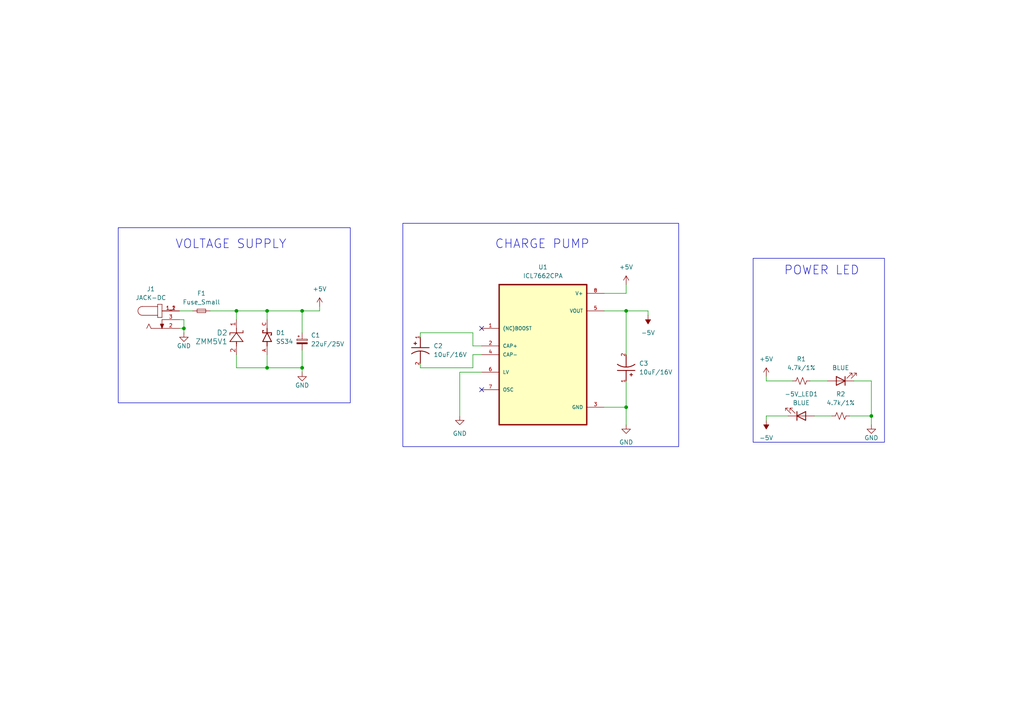
<source format=kicad_sch>
(kicad_sch (version 20230121) (generator eeschema)

  (uuid ae0dd520-4e14-4407-8303-a65d748874e4)

  (paper "A4")

  (lib_symbols
    (symbol "Device:C_Polarized_Small" (pin_numbers hide) (pin_names (offset 0.254) hide) (in_bom yes) (on_board yes)
      (property "Reference" "C" (at 0.254 1.778 0)
        (effects (font (size 1.27 1.27)) (justify left))
      )
      (property "Value" "C_Polarized_Small" (at 0.254 -2.032 0)
        (effects (font (size 1.27 1.27)) (justify left))
      )
      (property "Footprint" "" (at 0 0 0)
        (effects (font (size 1.27 1.27)) hide)
      )
      (property "Datasheet" "~" (at 0 0 0)
        (effects (font (size 1.27 1.27)) hide)
      )
      (property "ki_keywords" "cap capacitor" (at 0 0 0)
        (effects (font (size 1.27 1.27)) hide)
      )
      (property "ki_description" "Polarized capacitor, small symbol" (at 0 0 0)
        (effects (font (size 1.27 1.27)) hide)
      )
      (property "ki_fp_filters" "CP_*" (at 0 0 0)
        (effects (font (size 1.27 1.27)) hide)
      )
      (symbol "C_Polarized_Small_0_1"
        (rectangle (start -1.524 -0.3048) (end 1.524 -0.6858)
          (stroke (width 0) (type default))
          (fill (type outline))
        )
        (rectangle (start -1.524 0.6858) (end 1.524 0.3048)
          (stroke (width 0) (type default))
          (fill (type none))
        )
        (polyline
          (pts
            (xy -1.27 1.524)
            (xy -0.762 1.524)
          )
          (stroke (width 0) (type default))
          (fill (type none))
        )
        (polyline
          (pts
            (xy -1.016 1.27)
            (xy -1.016 1.778)
          )
          (stroke (width 0) (type default))
          (fill (type none))
        )
      )
      (symbol "C_Polarized_Small_1_1"
        (pin passive line (at 0 2.54 270) (length 1.8542)
          (name "~" (effects (font (size 1.27 1.27))))
          (number "1" (effects (font (size 1.27 1.27))))
        )
        (pin passive line (at 0 -2.54 90) (length 1.8542)
          (name "~" (effects (font (size 1.27 1.27))))
          (number "2" (effects (font (size 1.27 1.27))))
        )
      )
    )
    (symbol "Device:Fuse_Small" (pin_numbers hide) (pin_names (offset 0.254) hide) (in_bom yes) (on_board yes)
      (property "Reference" "F" (at 0 -1.524 0)
        (effects (font (size 1.27 1.27)))
      )
      (property "Value" "Fuse_Small" (at 0 1.524 0)
        (effects (font (size 1.27 1.27)))
      )
      (property "Footprint" "" (at 0 0 0)
        (effects (font (size 1.27 1.27)) hide)
      )
      (property "Datasheet" "~" (at 0 0 0)
        (effects (font (size 1.27 1.27)) hide)
      )
      (property "ki_keywords" "fuse" (at 0 0 0)
        (effects (font (size 1.27 1.27)) hide)
      )
      (property "ki_description" "Fuse, small symbol" (at 0 0 0)
        (effects (font (size 1.27 1.27)) hide)
      )
      (property "ki_fp_filters" "*Fuse*" (at 0 0 0)
        (effects (font (size 1.27 1.27)) hide)
      )
      (symbol "Fuse_Small_0_1"
        (rectangle (start -1.27 0.508) (end 1.27 -0.508)
          (stroke (width 0) (type default))
          (fill (type none))
        )
        (polyline
          (pts
            (xy -1.27 0)
            (xy 1.27 0)
          )
          (stroke (width 0) (type default))
          (fill (type none))
        )
      )
      (symbol "Fuse_Small_1_1"
        (pin passive line (at -2.54 0 0) (length 1.27)
          (name "~" (effects (font (size 1.27 1.27))))
          (number "1" (effects (font (size 1.27 1.27))))
        )
        (pin passive line (at 2.54 0 180) (length 1.27)
          (name "~" (effects (font (size 1.27 1.27))))
          (number "2" (effects (font (size 1.27 1.27))))
        )
      )
    )
    (symbol "Device:LED" (pin_numbers hide) (pin_names (offset 1.016) hide) (in_bom yes) (on_board yes)
      (property "Reference" "D" (at 0 2.54 0)
        (effects (font (size 1.27 1.27)))
      )
      (property "Value" "LED" (at 0 -2.54 0)
        (effects (font (size 1.27 1.27)))
      )
      (property "Footprint" "" (at 0 0 0)
        (effects (font (size 1.27 1.27)) hide)
      )
      (property "Datasheet" "~" (at 0 0 0)
        (effects (font (size 1.27 1.27)) hide)
      )
      (property "ki_keywords" "LED diode" (at 0 0 0)
        (effects (font (size 1.27 1.27)) hide)
      )
      (property "ki_description" "Light emitting diode" (at 0 0 0)
        (effects (font (size 1.27 1.27)) hide)
      )
      (property "ki_fp_filters" "LED* LED_SMD:* LED_THT:*" (at 0 0 0)
        (effects (font (size 1.27 1.27)) hide)
      )
      (symbol "LED_0_1"
        (polyline
          (pts
            (xy -1.27 -1.27)
            (xy -1.27 1.27)
          )
          (stroke (width 0.254) (type default))
          (fill (type none))
        )
        (polyline
          (pts
            (xy -1.27 0)
            (xy 1.27 0)
          )
          (stroke (width 0) (type default))
          (fill (type none))
        )
        (polyline
          (pts
            (xy 1.27 -1.27)
            (xy 1.27 1.27)
            (xy -1.27 0)
            (xy 1.27 -1.27)
          )
          (stroke (width 0.254) (type default))
          (fill (type none))
        )
        (polyline
          (pts
            (xy -3.048 -0.762)
            (xy -4.572 -2.286)
            (xy -3.81 -2.286)
            (xy -4.572 -2.286)
            (xy -4.572 -1.524)
          )
          (stroke (width 0) (type default))
          (fill (type none))
        )
        (polyline
          (pts
            (xy -1.778 -0.762)
            (xy -3.302 -2.286)
            (xy -2.54 -2.286)
            (xy -3.302 -2.286)
            (xy -3.302 -1.524)
          )
          (stroke (width 0) (type default))
          (fill (type none))
        )
      )
      (symbol "LED_1_1"
        (pin passive line (at -3.81 0 0) (length 2.54)
          (name "K" (effects (font (size 1.27 1.27))))
          (number "1" (effects (font (size 1.27 1.27))))
        )
        (pin passive line (at 3.81 0 180) (length 2.54)
          (name "A" (effects (font (size 1.27 1.27))))
          (number "2" (effects (font (size 1.27 1.27))))
        )
      )
    )
    (symbol "Device:R_Small_US" (pin_numbers hide) (pin_names (offset 0.254) hide) (in_bom yes) (on_board yes)
      (property "Reference" "R" (at 0.762 0.508 0)
        (effects (font (size 1.27 1.27)) (justify left))
      )
      (property "Value" "R_Small_US" (at 0.762 -1.016 0)
        (effects (font (size 1.27 1.27)) (justify left))
      )
      (property "Footprint" "" (at 0 0 0)
        (effects (font (size 1.27 1.27)) hide)
      )
      (property "Datasheet" "~" (at 0 0 0)
        (effects (font (size 1.27 1.27)) hide)
      )
      (property "ki_keywords" "r resistor" (at 0 0 0)
        (effects (font (size 1.27 1.27)) hide)
      )
      (property "ki_description" "Resistor, small US symbol" (at 0 0 0)
        (effects (font (size 1.27 1.27)) hide)
      )
      (property "ki_fp_filters" "R_*" (at 0 0 0)
        (effects (font (size 1.27 1.27)) hide)
      )
      (symbol "R_Small_US_1_1"
        (polyline
          (pts
            (xy 0 0)
            (xy 1.016 -0.381)
            (xy 0 -0.762)
            (xy -1.016 -1.143)
            (xy 0 -1.524)
          )
          (stroke (width 0) (type default))
          (fill (type none))
        )
        (polyline
          (pts
            (xy 0 1.524)
            (xy 1.016 1.143)
            (xy 0 0.762)
            (xy -1.016 0.381)
            (xy 0 0)
          )
          (stroke (width 0) (type default))
          (fill (type none))
        )
        (pin passive line (at 0 2.54 270) (length 1.016)
          (name "~" (effects (font (size 1.27 1.27))))
          (number "1" (effects (font (size 1.27 1.27))))
        )
        (pin passive line (at 0 -2.54 90) (length 1.016)
          (name "~" (effects (font (size 1.27 1.27))))
          (number "2" (effects (font (size 1.27 1.27))))
        )
      )
    )
    (symbol "ICL7662CPA:ICL7662CPA" (pin_names (offset 1.016)) (in_bom yes) (on_board yes)
      (property "Reference" "U" (at -12.7 21.32 0)
        (effects (font (size 1.27 1.27)) (justify left bottom))
      )
      (property "Value" "ICL7662CPA" (at -12.7 -24.32 0)
        (effects (font (size 1.27 1.27)) (justify left bottom))
      )
      (property "Footprint" "ICL7662CPA:DIP794W47P254L991H457Q8" (at 0 0 0)
        (effects (font (size 1.27 1.27)) (justify bottom) hide)
      )
      (property "Datasheet" "" (at 0 0 0)
        (effects (font (size 1.27 1.27)) hide)
      )
      (property "MF" "Rochester Electronics, LLC" (at 0 0 0)
        (effects (font (size 1.27 1.27)) (justify bottom) hide)
      )
      (property "Description" "\nICL7662 CMOS VOLTAGE CONVERTER\n" (at 0 0 0)
        (effects (font (size 1.27 1.27)) (justify bottom) hide)
      )
      (property "Package" "None" (at 0 0 0)
        (effects (font (size 1.27 1.27)) (justify bottom) hide)
      )
      (property "Price" "None" (at 0 0 0)
        (effects (font (size 1.27 1.27)) (justify bottom) hide)
      )
      (property "SnapEDA_Link" "https://www.snapeda.com/parts/ICL7662CPA/Rochester+Electronics/view-part/?ref=snap" (at 0 0 0)
        (effects (font (size 1.27 1.27)) (justify bottom) hide)
      )
      (property "MP" "ICL7662CPA" (at 0 0 0)
        (effects (font (size 1.27 1.27)) (justify bottom) hide)
      )
      (property "Availability" "Not in stock" (at 0 0 0)
        (effects (font (size 1.27 1.27)) (justify bottom) hide)
      )
      (property "Check_prices" "https://www.snapeda.com/parts/ICL7662CPA/Rochester+Electronics/view-part/?ref=eda" (at 0 0 0)
        (effects (font (size 1.27 1.27)) (justify bottom) hide)
      )
      (symbol "ICL7662CPA_0_0"
        (rectangle (start -12.7 -20.32) (end 12.7 20.32)
          (stroke (width 0.41) (type default))
          (fill (type background))
        )
        (pin bidirectional line (at -17.78 7.62 0) (length 5.08)
          (name "(NC)BOOST" (effects (font (size 1.016 1.016))))
          (number "1" (effects (font (size 1.016 1.016))))
        )
        (pin bidirectional line (at -17.78 2.54 0) (length 5.08)
          (name "CAP+" (effects (font (size 1.016 1.016))))
          (number "2" (effects (font (size 1.016 1.016))))
        )
        (pin power_in line (at 17.78 -15.24 180) (length 5.08)
          (name "GND" (effects (font (size 1.016 1.016))))
          (number "3" (effects (font (size 1.016 1.016))))
        )
        (pin bidirectional line (at -17.78 0 0) (length 5.08)
          (name "CAP-" (effects (font (size 1.016 1.016))))
          (number "4" (effects (font (size 1.016 1.016))))
        )
        (pin output line (at 17.78 12.7 180) (length 5.08)
          (name "VOUT" (effects (font (size 1.016 1.016))))
          (number "5" (effects (font (size 1.016 1.016))))
        )
        (pin bidirectional line (at -17.78 -5.08 0) (length 5.08)
          (name "LV" (effects (font (size 1.016 1.016))))
          (number "6" (effects (font (size 1.016 1.016))))
        )
        (pin bidirectional line (at -17.78 -10.16 0) (length 5.08)
          (name "OSC" (effects (font (size 1.016 1.016))))
          (number "7" (effects (font (size 1.016 1.016))))
        )
        (pin power_in line (at 17.78 17.78 180) (length 5.08)
          (name "V+" (effects (font (size 1.016 1.016))))
          (number "8" (effects (font (size 1.016 1.016))))
        )
      )
    )
    (symbol "PRT-12748:Jack_DC_5" (pin_names (offset 1.016)) (in_bom yes) (on_board yes)
      (property "Reference" "J" (at -7.6246 5.0831 0)
        (effects (font (size 1.27 1.27)) (justify left bottom))
      )
      (property "Value" "JACK-DC" (at -7.632 -5.088 0)
        (effects (font (size 1.27 1.27)) (justify left bottom))
      )
      (property "Footprint" "PRT-12748:SPARKFUN_PRT-12748" (at 0 0 0)
        (effects (font (size 1.27 1.27)) (justify bottom) hide)
      )
      (property "Datasheet" "" (at 0 0 0)
        (effects (font (size 1.27 1.27)) hide)
      )
      (property "Description" "Jack DC 5mm" (at 0 0 0)
        (effects (font (size 1.27 1.27)) (justify bottom) hide)
      )
      (property "URL" "https://www.thegioiic.com/dc050-dau-noi-nguon-dc-cai-5521-dan-smd-kim-2-1mm" (at 0 0 0)
        (effects (font (size 1.27 1.27)) hide)
      )
      (symbol "Jack_DC_5_0_0"
        (arc (start -5.715 3.81) (mid -6.9795 2.54) (end -5.715 1.27)
          (stroke (width 0.1524) (type default))
          (fill (type none))
        )
        (polyline
          (pts
            (xy -5.715 3.81)
            (xy -1.27 3.81)
          )
          (stroke (width 0.1524) (type default))
          (fill (type none))
        )
        (polyline
          (pts
            (xy -3.81 -1.27)
            (xy -4.445 -2.54)
          )
          (stroke (width 0.1524) (type default))
          (fill (type none))
        )
        (polyline
          (pts
            (xy -3.175 -2.54)
            (xy -3.81 -1.27)
          )
          (stroke (width 0.1524) (type default))
          (fill (type none))
        )
        (polyline
          (pts
            (xy -1.27 0.635)
            (xy 0 0.635)
          )
          (stroke (width 0.1524) (type default))
          (fill (type none))
        )
        (polyline
          (pts
            (xy -1.27 1.27)
            (xy -5.715 1.27)
          )
          (stroke (width 0.1524) (type default))
          (fill (type none))
        )
        (polyline
          (pts
            (xy -1.27 1.27)
            (xy -1.27 0.635)
          )
          (stroke (width 0.1524) (type default))
          (fill (type none))
        )
        (polyline
          (pts
            (xy -1.27 3.81)
            (xy -1.27 1.27)
          )
          (stroke (width 0.1524) (type default))
          (fill (type none))
        )
        (polyline
          (pts
            (xy -1.27 4.445)
            (xy -1.27 3.81)
          )
          (stroke (width 0.1524) (type default))
          (fill (type none))
        )
        (polyline
          (pts
            (xy 0 -2.54)
            (xy -3.175 -2.54)
          )
          (stroke (width 0.1524) (type default))
          (fill (type none))
        )
        (polyline
          (pts
            (xy 0 0)
            (xy 0 -2.54)
          )
          (stroke (width 0.1524) (type default))
          (fill (type none))
        )
        (polyline
          (pts
            (xy 0 0.635)
            (xy 0 4.445)
          )
          (stroke (width 0.1524) (type default))
          (fill (type none))
        )
        (polyline
          (pts
            (xy 0 4.445)
            (xy -1.27 4.445)
          )
          (stroke (width 0.1524) (type default))
          (fill (type none))
        )
        (polyline
          (pts
            (xy 0 -2.54)
            (xy -0.508 -1.27)
            (xy 0.508 -1.27)
            (xy 0 -2.54)
          )
          (stroke (width 0.1524) (type default))
          (fill (type outline))
        )
        (pin passive line (at 5.08 2.54 180) (length 5.08)
          (name "~" (effects (font (size 1.016 1.016))))
          (number "1_1" (effects (font (size 1.016 1.016))))
        )
        (pin passive line (at 5.08 2.54 180) (length 5.08)
          (name "~" (effects (font (size 1.016 1.016))))
          (number "1_2" (effects (font (size 1.016 1.016))))
        )
        (pin passive line (at 5.08 -2.54 180) (length 5.08)
          (name "~" (effects (font (size 1.016 1.016))))
          (number "2" (effects (font (size 1.016 1.016))))
        )
        (pin passive line (at 5.08 0 180) (length 5.08)
          (name "~" (effects (font (size 1.016 1.016))))
          (number "3" (effects (font (size 1.016 1.016))))
        )
      )
    )
    (symbol "SS34:SS34" (pin_names (offset 1.016)) (in_bom yes) (on_board yes)
      (property "Reference" "D" (at -5.08 2.54 0)
        (effects (font (size 1.27 1.27)) (justify left bottom))
      )
      (property "Value" "SS34" (at -5.08 -3.81 0)
        (effects (font (size 1.27 1.27)) (justify left bottom))
      )
      (property "Footprint" "" (at 0 0 0)
        (effects (font (size 1.27 1.27)) (justify bottom) hide)
      )
      (property "Datasheet" "" (at 0 0 0)
        (effects (font (size 1.27 1.27)) hide)
      )
      (property "PARTREV" "" (at 0 0 0)
        (effects (font (size 1.27 1.27)) (justify bottom) hide)
      )
      (property "STANDARD" "" (at 0 0 0)
        (effects (font (size 1.27 1.27)) (justify bottom) hide)
      )
      (property "SNAPEDA_PACKAGE_ID" "" (at 0 0 0)
        (effects (font (size 1.27 1.27)) (justify bottom) hide)
      )
      (property "MAXIMUM_PACKAGE_HEIGHT" "" (at 0 0 0)
        (effects (font (size 1.27 1.27)) (justify bottom) hide)
      )
      (property "MANUFACTURER" "" (at 0 0 0)
        (effects (font (size 1.27 1.27)) (justify bottom) hide)
      )
      (symbol "SS34_0_0"
        (polyline
          (pts
            (xy -2.54 0)
            (xy -1.27 0)
          )
          (stroke (width 0.254) (type default))
          (fill (type none))
        )
        (polyline
          (pts
            (xy -1.27 -1.27)
            (xy 1.27 0)
          )
          (stroke (width 0.254) (type default))
          (fill (type none))
        )
        (polyline
          (pts
            (xy -1.27 0)
            (xy -1.27 -1.27)
          )
          (stroke (width 0.254) (type default))
          (fill (type none))
        )
        (polyline
          (pts
            (xy -1.27 1.27)
            (xy -1.27 0)
          )
          (stroke (width 0.254) (type default))
          (fill (type none))
        )
        (polyline
          (pts
            (xy 0.635 -1.016)
            (xy 0.635 -1.27)
          )
          (stroke (width 0.254) (type default))
          (fill (type none))
        )
        (polyline
          (pts
            (xy 1.27 -1.27)
            (xy 0.635 -1.27)
          )
          (stroke (width 0.254) (type default))
          (fill (type none))
        )
        (polyline
          (pts
            (xy 1.27 0)
            (xy -1.27 1.27)
          )
          (stroke (width 0.254) (type default))
          (fill (type none))
        )
        (polyline
          (pts
            (xy 1.27 0)
            (xy 1.27 -1.27)
          )
          (stroke (width 0.254) (type default))
          (fill (type none))
        )
        (polyline
          (pts
            (xy 1.27 1.27)
            (xy 1.27 0)
          )
          (stroke (width 0.254) (type default))
          (fill (type none))
        )
        (polyline
          (pts
            (xy 1.905 1.27)
            (xy 1.27 1.27)
          )
          (stroke (width 0.254) (type default))
          (fill (type none))
        )
        (polyline
          (pts
            (xy 1.905 1.27)
            (xy 1.905 1.016)
          )
          (stroke (width 0.254) (type default))
          (fill (type none))
        )
        (polyline
          (pts
            (xy 2.54 0)
            (xy 1.27 0)
          )
          (stroke (width 0.254) (type default))
          (fill (type none))
        )
        (pin passive line (at -5.08 0 0) (length 2.54)
          (name "~" (effects (font (size 1.016 1.016))))
          (number "A" (effects (font (size 1.016 1.016))))
        )
        (pin passive line (at 5.08 0 180) (length 2.54)
          (name "~" (effects (font (size 1.016 1.016))))
          (number "C" (effects (font (size 1.016 1.016))))
        )
      )
    )
    (symbol "TAJA106K016RNJ:TAJA106K016RNJ" (pin_names (offset 1.016)) (in_bom yes) (on_board yes)
      (property "Reference" "C" (at -5.08 3.81 0)
        (effects (font (size 1.27 1.27)) (justify left bottom))
      )
      (property "Value" "10uF/10%/16V/1206" (at -5.08 -5.08 0)
        (effects (font (size 1.27 1.27)) (justify left bottom))
      )
      (property "Footprint" "TAJA106K016RNJ:CAPMP3216X180N" (at 0 -7.62 0)
        (effects (font (size 1.27 1.27)) (justify bottom) hide)
      )
      (property "Datasheet" "" (at 0 0 0)
        (effects (font (size 1.27 1.27)) hide)
      )
      (property "Description" "TAJA106K016RNJ" (at -1.27 -7.62 0)
        (effects (font (size 1.27 1.27)) (justify bottom) hide)
      )
      (property "URL" "https://www.thegioiic.com/tu-tantalum-10uf-16v-1206-taja106k016rnj" (at 0 -6.35 0)
        (effects (font (size 1.27 1.27)) hide)
      )
      (symbol "TAJA106K016RNJ_0_0"
        (rectangle (start -3.713 -1.532) (end -2.824 -1.405)
          (stroke (width 0.1) (type default))
          (fill (type outline))
        )
        (rectangle (start -3.332 -1.913) (end -3.205 -1.024)
          (stroke (width 0.1) (type default))
          (fill (type outline))
        )
        (arc (start -0.254 2.54) (mid -1.0549 0) (end -0.254 -2.54)
          (stroke (width 0.254) (type default))
          (fill (type none))
        )
        (polyline
          (pts
            (xy -5.08 0)
            (xy -2.032 0)
          )
          (stroke (width 0.254) (type default))
          (fill (type none))
        )
        (polyline
          (pts
            (xy -2.032 2.54)
            (xy -2.032 -2.54)
          )
          (stroke (width 0.254) (type default))
          (fill (type none))
        )
        (polyline
          (pts
            (xy -1.016 0)
            (xy 2.54 0)
          )
          (stroke (width 0.254) (type default))
          (fill (type none))
        )
        (pin passive line (at -5.08 0 0) (length 0)
          (name "~" (effects (font (size 1.016 1.016))))
          (number "1" (effects (font (size 1.016 1.016))))
        )
        (pin passive line (at 2.54 0 180) (length 0)
          (name "~" (effects (font (size 1.016 1.016))))
          (number "2" (effects (font (size 1.016 1.016))))
        )
      )
    )
    (symbol "ZMM3V9_3V3:ZMM3V9" (pin_names (offset 0.254)) (in_bom yes) (on_board yes)
      (property "Reference" "D" (at 5.08 4.445 0)
        (effects (font (size 1.524 1.524)))
      )
      (property "Value" "ZMM3VX" (at 5.08 -3.81 0)
        (effects (font (size 1.524 1.524)))
      )
      (property "Footprint" "ZMM3V9_3V3:ZDO_ZMM_3p5x1p45_STM" (at 1.27 -7.62 0)
        (effects (font (size 1.27 1.27) italic) hide)
      )
      (property "Datasheet" "" (at 0 0 0)
        (effects (font (size 1.27 1.27) italic) hide)
      )
      (property "URL" "" (at 0 0 0)
        (effects (font (size 1.27 1.27)) hide)
      )
      (property "ki_keywords" "ZMM3V9" (at 0 0 0)
        (effects (font (size 1.27 1.27)) hide)
      )
      (property "ki_fp_filters" "ZDO_ZMM_3p5x1p45_STM ZDO_ZMM_3p5x1p45_STM-M ZDO_ZMM_3p5x1p45_STM-L" (at 0 0 0)
        (effects (font (size 1.27 1.27)) hide)
      )
      (symbol "ZMM3V9_0_1"
        (polyline
          (pts
            (xy 2.54 0)
            (xy 3.4798 0)
          )
          (stroke (width 0.2032) (type default))
          (fill (type none))
        )
        (polyline
          (pts
            (xy 3.175 0)
            (xy 3.81 0)
          )
          (stroke (width 0.2032) (type default))
          (fill (type none))
        )
        (polyline
          (pts
            (xy 3.81 -1.905)
            (xy 6.35 0)
          )
          (stroke (width 0.2032) (type default))
          (fill (type none))
        )
        (polyline
          (pts
            (xy 3.81 1.905)
            (xy 3.81 -1.905)
          )
          (stroke (width 0.2032) (type default))
          (fill (type none))
        )
        (polyline
          (pts
            (xy 6.35 -1.905)
            (xy 5.715 -1.905)
          )
          (stroke (width 0.2032) (type default))
          (fill (type none))
        )
        (polyline
          (pts
            (xy 6.35 -1.905)
            (xy 6.35 1.905)
          )
          (stroke (width 0.2032) (type default))
          (fill (type none))
        )
        (polyline
          (pts
            (xy 6.35 0)
            (xy 3.81 1.905)
          )
          (stroke (width 0.2032) (type default))
          (fill (type none))
        )
        (polyline
          (pts
            (xy 6.35 0)
            (xy 7.62 0)
          )
          (stroke (width 0.2032) (type default))
          (fill (type none))
        )
        (polyline
          (pts
            (xy 6.35 1.905)
            (xy 6.985 1.905)
          )
          (stroke (width 0.2032) (type default))
          (fill (type none))
        )
        (pin unspecified line (at 10.16 0 180) (length 2.54)
          (name "" (effects (font (size 1.27 1.27))))
          (number "1" (effects (font (size 1.27 1.27))))
        )
        (pin unspecified line (at 0 0 0) (length 2.54)
          (name "" (effects (font (size 1.27 1.27))))
          (number "2" (effects (font (size 1.27 1.27))))
        )
      )
    )
    (symbol "power:+5V" (power) (pin_names (offset 0)) (in_bom yes) (on_board yes)
      (property "Reference" "#PWR" (at 0 -3.81 0)
        (effects (font (size 1.27 1.27)) hide)
      )
      (property "Value" "+5V" (at 0 3.556 0)
        (effects (font (size 1.27 1.27)))
      )
      (property "Footprint" "" (at 0 0 0)
        (effects (font (size 1.27 1.27)) hide)
      )
      (property "Datasheet" "" (at 0 0 0)
        (effects (font (size 1.27 1.27)) hide)
      )
      (property "ki_keywords" "global power" (at 0 0 0)
        (effects (font (size 1.27 1.27)) hide)
      )
      (property "ki_description" "Power symbol creates a global label with name \"+5V\"" (at 0 0 0)
        (effects (font (size 1.27 1.27)) hide)
      )
      (symbol "+5V_0_1"
        (polyline
          (pts
            (xy -0.762 1.27)
            (xy 0 2.54)
          )
          (stroke (width 0) (type default))
          (fill (type none))
        )
        (polyline
          (pts
            (xy 0 0)
            (xy 0 2.54)
          )
          (stroke (width 0) (type default))
          (fill (type none))
        )
        (polyline
          (pts
            (xy 0 2.54)
            (xy 0.762 1.27)
          )
          (stroke (width 0) (type default))
          (fill (type none))
        )
      )
      (symbol "+5V_1_1"
        (pin power_in line (at 0 0 90) (length 0) hide
          (name "+5V" (effects (font (size 1.27 1.27))))
          (number "1" (effects (font (size 1.27 1.27))))
        )
      )
    )
    (symbol "power:-5V" (power) (pin_names (offset 0)) (in_bom yes) (on_board yes)
      (property "Reference" "#PWR" (at 0 2.54 0)
        (effects (font (size 1.27 1.27)) hide)
      )
      (property "Value" "-5V" (at 0 3.81 0)
        (effects (font (size 1.27 1.27)))
      )
      (property "Footprint" "" (at 0 0 0)
        (effects (font (size 1.27 1.27)) hide)
      )
      (property "Datasheet" "" (at 0 0 0)
        (effects (font (size 1.27 1.27)) hide)
      )
      (property "ki_keywords" "global power" (at 0 0 0)
        (effects (font (size 1.27 1.27)) hide)
      )
      (property "ki_description" "Power symbol creates a global label with name \"-5V\"" (at 0 0 0)
        (effects (font (size 1.27 1.27)) hide)
      )
      (symbol "-5V_0_0"
        (pin power_in line (at 0 0 90) (length 0) hide
          (name "-5V" (effects (font (size 1.27 1.27))))
          (number "1" (effects (font (size 1.27 1.27))))
        )
      )
      (symbol "-5V_0_1"
        (polyline
          (pts
            (xy 0 0)
            (xy 0 1.27)
            (xy 0.762 1.27)
            (xy 0 2.54)
            (xy -0.762 1.27)
            (xy 0 1.27)
          )
          (stroke (width 0) (type default))
          (fill (type outline))
        )
      )
    )
    (symbol "power:GND" (power) (pin_names (offset 0)) (in_bom yes) (on_board yes)
      (property "Reference" "#PWR" (at 0 -6.35 0)
        (effects (font (size 1.27 1.27)) hide)
      )
      (property "Value" "GND" (at 0 -3.81 0)
        (effects (font (size 1.27 1.27)))
      )
      (property "Footprint" "" (at 0 0 0)
        (effects (font (size 1.27 1.27)) hide)
      )
      (property "Datasheet" "" (at 0 0 0)
        (effects (font (size 1.27 1.27)) hide)
      )
      (property "ki_keywords" "global power" (at 0 0 0)
        (effects (font (size 1.27 1.27)) hide)
      )
      (property "ki_description" "Power symbol creates a global label with name \"GND\" , ground" (at 0 0 0)
        (effects (font (size 1.27 1.27)) hide)
      )
      (symbol "GND_0_1"
        (polyline
          (pts
            (xy 0 0)
            (xy 0 -1.27)
            (xy 1.27 -1.27)
            (xy 0 -2.54)
            (xy -1.27 -1.27)
            (xy 0 -1.27)
          )
          (stroke (width 0) (type default))
          (fill (type none))
        )
      )
      (symbol "GND_1_1"
        (pin power_in line (at 0 0 270) (length 0) hide
          (name "GND" (effects (font (size 1.27 1.27))))
          (number "1" (effects (font (size 1.27 1.27))))
        )
      )
    )
  )

  (junction (at 77.47 106.68) (diameter 0) (color 0 0 0 0)
    (uuid 2cf25ac5-e590-4d97-a669-48d69d3c7aa2)
  )
  (junction (at 252.73 120.65) (diameter 0) (color 0 0 0 0)
    (uuid 50f89046-1205-40eb-a40f-d1a03492e007)
  )
  (junction (at 77.47 90.17) (diameter 0) (color 0 0 0 0)
    (uuid 9408bd90-4446-40f8-8180-1ca316272ffe)
  )
  (junction (at 53.34 95.25) (diameter 0) (color 0 0 0 0)
    (uuid 9d51119c-9b72-4a42-8862-4934ad3c7960)
  )
  (junction (at 68.58 90.17) (diameter 0) (color 0 0 0 0)
    (uuid d32dccdf-8351-4d34-bcb6-038fda70f492)
  )
  (junction (at 181.61 118.11) (diameter 0) (color 0 0 0 0)
    (uuid dc2d456f-35f7-48b1-a6cc-dc83eb8e6653)
  )
  (junction (at 87.63 106.68) (diameter 0) (color 0 0 0 0)
    (uuid de0d317a-0ee1-48fa-a6ae-3b63d8887547)
  )
  (junction (at 87.63 90.17) (diameter 0) (color 0 0 0 0)
    (uuid e080ce51-ce3f-4b39-bfbc-3aaacb523bf1)
  )
  (junction (at 181.61 90.17) (diameter 0) (color 0 0 0 0)
    (uuid fae0f249-7696-407d-aebd-1ee38527072f)
  )

  (no_connect (at 139.7 113.03) (uuid 9817c20c-0166-4f46-bc94-08ff14bb93e0))
  (no_connect (at 139.7 95.25) (uuid e300c9e8-d5a2-4490-8d16-8490c0501550))

  (wire (pts (xy 137.16 96.52) (xy 121.92 96.52))
    (stroke (width 0) (type default))
    (uuid 040c26e9-69d2-4da3-8ebb-83d3f046e1e1)
  )
  (wire (pts (xy 133.35 107.95) (xy 139.7 107.95))
    (stroke (width 0) (type default))
    (uuid 0f7cda6d-7248-4cc1-8b7d-568c801d9fdd)
  )
  (wire (pts (xy 181.61 110.49) (xy 181.61 118.11))
    (stroke (width 0) (type default))
    (uuid 13c896e0-3993-4124-905c-2348ebea5223)
  )
  (wire (pts (xy 175.26 85.09) (xy 181.61 85.09))
    (stroke (width 0) (type default))
    (uuid 18d29e89-2fae-4a6f-a4af-d880164b2027)
  )
  (wire (pts (xy 77.47 90.17) (xy 87.63 90.17))
    (stroke (width 0) (type default))
    (uuid 1987ef2b-52b1-4ed9-9108-fa9b294c9a44)
  )
  (wire (pts (xy 181.61 118.11) (xy 175.26 118.11))
    (stroke (width 0) (type default))
    (uuid 1c3b95f8-5f76-4783-ae83-9833927cce17)
  )
  (wire (pts (xy 52.07 90.17) (xy 55.88 90.17))
    (stroke (width 0) (type default))
    (uuid 20f79966-8d29-4242-80da-5f6504f0bba1)
  )
  (wire (pts (xy 187.96 90.17) (xy 187.96 91.44))
    (stroke (width 0) (type default))
    (uuid 22daf305-6dee-4d21-8f5b-d575544c3ab6)
  )
  (wire (pts (xy 252.73 110.49) (xy 252.73 120.65))
    (stroke (width 0) (type default))
    (uuid 2dcb823c-eebc-4535-9028-dff5ff42f7d4)
  )
  (wire (pts (xy 68.58 90.17) (xy 68.58 92.71))
    (stroke (width 0) (type default))
    (uuid 31300bf7-464a-4440-a903-fbd397d8bd65)
  )
  (wire (pts (xy 228.6 120.65) (xy 222.25 120.65))
    (stroke (width 0) (type default))
    (uuid 35516c3e-3465-4c08-8144-f682bad1fb40)
  )
  (wire (pts (xy 222.25 120.65) (xy 222.25 121.92))
    (stroke (width 0) (type default))
    (uuid 3c28b8ec-ed0c-42b0-839a-097a24fa81c9)
  )
  (wire (pts (xy 121.92 96.52) (xy 121.92 97.79))
    (stroke (width 0) (type default))
    (uuid 3e0c45ff-6721-4832-8e93-752f16393d14)
  )
  (wire (pts (xy 52.07 92.71) (xy 53.34 92.71))
    (stroke (width 0) (type default))
    (uuid 4224cb87-a3fc-4369-a02a-0c8f2d8db785)
  )
  (wire (pts (xy 222.25 109.22) (xy 222.25 110.49))
    (stroke (width 0) (type default))
    (uuid 568b5519-6c9f-40a8-8cce-d406d03949b5)
  )
  (wire (pts (xy 137.16 106.68) (xy 137.16 102.87))
    (stroke (width 0) (type default))
    (uuid 5901ae87-abf3-48f3-a846-7d99f728fe38)
  )
  (wire (pts (xy 60.96 90.17) (xy 68.58 90.17))
    (stroke (width 0) (type default))
    (uuid 5b2b9ff7-8bdb-412e-a415-ef4387921a48)
  )
  (wire (pts (xy 92.71 88.9) (xy 92.71 90.17))
    (stroke (width 0) (type default))
    (uuid 5e46f286-b2b1-4018-913a-508a94386a5e)
  )
  (wire (pts (xy 236.22 120.65) (xy 241.3 120.65))
    (stroke (width 0) (type default))
    (uuid 6b1691ba-82d2-4342-8598-6edf42287775)
  )
  (wire (pts (xy 68.58 102.87) (xy 68.58 106.68))
    (stroke (width 0) (type default))
    (uuid 6c8f7aae-628b-4141-9a8a-75dc880f5b52)
  )
  (wire (pts (xy 121.92 106.68) (xy 137.16 106.68))
    (stroke (width 0) (type default))
    (uuid 7155c015-3a73-47d7-91e8-3f43752080b2)
  )
  (wire (pts (xy 246.38 120.65) (xy 252.73 120.65))
    (stroke (width 0) (type default))
    (uuid 7d9d44ca-5d8c-4c36-afcc-e8a593117a35)
  )
  (wire (pts (xy 68.58 106.68) (xy 77.47 106.68))
    (stroke (width 0) (type default))
    (uuid 7edcf74f-a75a-4458-a511-00326b862e92)
  )
  (wire (pts (xy 234.95 110.49) (xy 240.03 110.49))
    (stroke (width 0) (type default))
    (uuid 83e683e1-c030-4ee6-8a30-ca9efb2e243c)
  )
  (wire (pts (xy 87.63 90.17) (xy 87.63 96.52))
    (stroke (width 0) (type default))
    (uuid 86b560c8-1e4c-40a9-84a5-bc4eb2b5ca49)
  )
  (wire (pts (xy 181.61 82.55) (xy 181.61 85.09))
    (stroke (width 0) (type default))
    (uuid 8afd28b5-a6f4-40fd-b2be-d15474da0a1d)
  )
  (wire (pts (xy 222.25 110.49) (xy 229.87 110.49))
    (stroke (width 0) (type default))
    (uuid 8b38117d-a8dd-42bc-848d-62b0983f0d28)
  )
  (wire (pts (xy 252.73 120.65) (xy 252.73 123.19))
    (stroke (width 0) (type default))
    (uuid 969aabec-a0da-4657-b342-974b5dbe4b33)
  )
  (wire (pts (xy 77.47 102.87) (xy 77.47 106.68))
    (stroke (width 0) (type default))
    (uuid a10487ac-ce79-4d25-8e3c-ade8df9ae91b)
  )
  (wire (pts (xy 53.34 95.25) (xy 53.34 96.52))
    (stroke (width 0) (type default))
    (uuid a1b4ff1a-0871-41f6-a16d-db67c4002c4a)
  )
  (wire (pts (xy 77.47 90.17) (xy 77.47 92.71))
    (stroke (width 0) (type default))
    (uuid a422d531-7d66-42ee-8bd1-175829708369)
  )
  (wire (pts (xy 137.16 100.33) (xy 137.16 96.52))
    (stroke (width 0) (type default))
    (uuid a87d1e4d-d538-40d2-8748-ce29c554cde7)
  )
  (wire (pts (xy 247.65 110.49) (xy 252.73 110.49))
    (stroke (width 0) (type default))
    (uuid a88a5c5b-3de3-4aa0-b4d6-9f9bacc4f8e4)
  )
  (wire (pts (xy 133.35 120.65) (xy 133.35 107.95))
    (stroke (width 0) (type default))
    (uuid ac73544a-e7f9-40f3-bd47-3235e572b9f1)
  )
  (wire (pts (xy 87.63 107.95) (xy 87.63 106.68))
    (stroke (width 0) (type default))
    (uuid b6c856f9-8502-4333-bc57-0a6261d1e2a5)
  )
  (wire (pts (xy 68.58 90.17) (xy 77.47 90.17))
    (stroke (width 0) (type default))
    (uuid b7d07d5a-42fa-4d9a-8bc3-84e652e471a4)
  )
  (wire (pts (xy 175.26 90.17) (xy 181.61 90.17))
    (stroke (width 0) (type default))
    (uuid b80f5646-75d5-4069-bdd8-f55dec4290d2)
  )
  (wire (pts (xy 53.34 92.71) (xy 53.34 95.25))
    (stroke (width 0) (type default))
    (uuid bf45a275-5019-4988-9e18-e6cc63233bd9)
  )
  (wire (pts (xy 87.63 101.6) (xy 87.63 106.68))
    (stroke (width 0) (type default))
    (uuid c5e4e998-a1db-432a-b24f-0bd1fb0e8bd8)
  )
  (wire (pts (xy 139.7 100.33) (xy 137.16 100.33))
    (stroke (width 0) (type default))
    (uuid ca71bbd7-1c3e-4b9e-a7ee-ed97190de500)
  )
  (wire (pts (xy 181.61 118.11) (xy 181.61 123.19))
    (stroke (width 0) (type default))
    (uuid d3503117-c43f-4ec7-94d3-a17bab85f2c9)
  )
  (wire (pts (xy 121.92 106.68) (xy 121.92 105.41))
    (stroke (width 0) (type default))
    (uuid d897e84a-e017-417b-acc6-82c27021c244)
  )
  (wire (pts (xy 181.61 90.17) (xy 187.96 90.17))
    (stroke (width 0) (type default))
    (uuid dc84e460-001b-490d-84ef-5ce421b44eac)
  )
  (wire (pts (xy 77.47 106.68) (xy 87.63 106.68))
    (stroke (width 0) (type default))
    (uuid de64a6af-5c4e-40a4-9d29-c983915fcdfb)
  )
  (wire (pts (xy 137.16 102.87) (xy 139.7 102.87))
    (stroke (width 0) (type default))
    (uuid dfc684e2-8148-4354-a658-20f5fb944d20)
  )
  (wire (pts (xy 181.61 90.17) (xy 181.61 102.87))
    (stroke (width 0) (type default))
    (uuid e403da25-22eb-4bdb-abcc-f994dc1de927)
  )
  (wire (pts (xy 52.07 95.25) (xy 53.34 95.25))
    (stroke (width 0) (type default))
    (uuid eb3e2585-4ef5-41ff-8314-e1dbad05ee61)
  )
  (wire (pts (xy 92.71 90.17) (xy 87.63 90.17))
    (stroke (width 0) (type default))
    (uuid fce64bc3-4d20-4ff6-bf0f-3650e2750516)
  )

  (rectangle (start 116.84 64.77) (end 196.85 129.54)
    (stroke (width 0) (type default))
    (fill (type none))
    (uuid 3ff436a7-1033-4107-bdbd-ee5fbfa703f6)
  )
  (rectangle (start 34.29 66.04) (end 101.6 116.84)
    (stroke (width 0) (type default))
    (fill (type none))
    (uuid adefdc37-d7d6-46a2-832f-fe88f4ba66fa)
  )
  (rectangle (start 218.44 74.93) (end 256.54 128.27)
    (stroke (width 0) (type default))
    (fill (type none))
    (uuid dd49d13c-db41-4f43-b33a-5942fc0981d3)
  )

  (text "CHARGE PUMP" (at 143.51 72.39 0)
    (effects (font (size 2.54 2.54)) (justify left bottom))
    (uuid 062d10cc-baa3-4be4-896d-34986980aa33)
  )
  (text "VOLTAGE SUPPLY" (at 50.8 72.39 0)
    (effects (font (size 2.54 2.54)) (justify left bottom))
    (uuid 73105f99-9d9a-4baf-8a9e-f8de32246b2f)
  )
  (text "POWER LED\n" (at 227.33 80.01 0)
    (effects (font (size 2.54 2.54)) (justify left bottom))
    (uuid c780a057-c361-488b-b6a3-f328efd150de)
  )

  (symbol (lib_id "power:+5V") (at 92.71 88.9 0) (unit 1)
    (in_bom yes) (on_board yes) (dnp no) (fields_autoplaced)
    (uuid 0289f319-c5bc-4e3d-a7f8-9b5f87bd9ce6)
    (property "Reference" "#PWR041" (at 92.71 92.71 0)
      (effects (font (size 1.27 1.27)) hide)
    )
    (property "Value" "+5V" (at 92.71 83.82 0)
      (effects (font (size 1.27 1.27)))
    )
    (property "Footprint" "" (at 92.71 88.9 0)
      (effects (font (size 1.27 1.27)) hide)
    )
    (property "Datasheet" "" (at 92.71 88.9 0)
      (effects (font (size 1.27 1.27)) hide)
    )
    (pin "1" (uuid f09f0552-db76-4e9a-87aa-0d20e0ff1210))
    (instances
      (project "Brightness_Meter_TB"
        (path "/e486bb10-2d63-468d-9bd4-f5a3f160d98c/7e918d34-9516-4c10-8389-3ffe73d0d494"
          (reference "#PWR041") (unit 1)
        )
      )
    )
  )

  (symbol (lib_id "power:GND") (at 53.34 96.52 0) (unit 1)
    (in_bom yes) (on_board yes) (dnp no)
    (uuid 07f8b6cc-2471-4020-a4df-8038fbcaa9e4)
    (property "Reference" "#PWR01" (at 53.34 102.87 0)
      (effects (font (size 1.27 1.27)) hide)
    )
    (property "Value" "GND" (at 53.34 100.33 0)
      (effects (font (size 1.27 1.27)))
    )
    (property "Footprint" "" (at 53.34 96.52 0)
      (effects (font (size 1.27 1.27)) hide)
    )
    (property "Datasheet" "" (at 53.34 96.52 0)
      (effects (font (size 1.27 1.27)) hide)
    )
    (pin "1" (uuid 23adc738-d4a9-4b7e-92cd-f4bde074c8b8))
    (instances
      (project "Brightness_Meter_TB"
        (path "/e486bb10-2d63-468d-9bd4-f5a3f160d98c/7e918d34-9516-4c10-8389-3ffe73d0d494"
          (reference "#PWR01") (unit 1)
        )
      )
      (project "WeatherStation"
        (path "/eb34ec3e-e1e1-4de9-96b2-f96deac767e1/4db4e104-bffa-4b05-b380-e781fa529a76"
          (reference "#PWR09") (unit 1)
        )
      )
      (project "Brightness_Meter"
        (path "/f7cc1c24-a210-4fa3-a52b-f1d84e501e31/0dfa2039-b238-4efb-bfd4-eadfb986a7b5"
          (reference "#PWR020") (unit 1)
        )
      )
    )
  )

  (symbol (lib_id "SS34:SS34") (at 77.47 97.79 90) (unit 1)
    (in_bom yes) (on_board yes) (dnp no)
    (uuid 0befef4c-c0a7-404d-aabe-0211b0831cf4)
    (property "Reference" "D1" (at 80.01 96.52 90)
      (effects (font (size 1.27 1.27)) (justify right))
    )
    (property "Value" "SS34" (at 80.01 99.06 90)
      (effects (font (size 1.27 1.27)) (justify right))
    )
    (property "Footprint" "SS34:DIOM4325X250N" (at 77.47 97.79 0)
      (effects (font (size 1.27 1.27)) (justify bottom) hide)
    )
    (property "Datasheet" "" (at 77.47 97.79 0)
      (effects (font (size 1.27 1.27)) hide)
    )
    (property "URL" "https://www.thegioiic.com/ss34-sma-diode-schottky-3a" (at 77.47 97.79 90)
      (effects (font (size 1.27 1.27)) hide)
    )
    (pin "A" (uuid b2b158e8-ddfc-47dd-bf24-0bddd740da3c))
    (pin "C" (uuid b9a3b98c-0420-40bb-9e85-2f4b0a2f5a76))
    (instances
      (project "Brightness_Meter_TB"
        (path "/e486bb10-2d63-468d-9bd4-f5a3f160d98c/7e918d34-9516-4c10-8389-3ffe73d0d494"
          (reference "D1") (unit 1)
        )
      )
      (project "Brightness_Meter"
        (path "/f7cc1c24-a210-4fa3-a52b-f1d84e501e31/0dfa2039-b238-4efb-bfd4-eadfb986a7b5"
          (reference "D1") (unit 1)
        )
      )
    )
  )

  (symbol (lib_id "power:+5V") (at 181.61 82.55 0) (unit 1)
    (in_bom yes) (on_board yes) (dnp no) (fields_autoplaced)
    (uuid 3649a18d-6aac-4d96-917d-cbf9191764fb)
    (property "Reference" "#PWR04" (at 181.61 86.36 0)
      (effects (font (size 1.27 1.27)) hide)
    )
    (property "Value" "+5V" (at 181.61 77.47 0)
      (effects (font (size 1.27 1.27)))
    )
    (property "Footprint" "" (at 181.61 82.55 0)
      (effects (font (size 1.27 1.27)) hide)
    )
    (property "Datasheet" "" (at 181.61 82.55 0)
      (effects (font (size 1.27 1.27)) hide)
    )
    (pin "1" (uuid 9bf53d07-b1dd-4d6c-9f1c-33ca0753e934))
    (instances
      (project "Brightness_Meter_TB"
        (path "/e486bb10-2d63-468d-9bd4-f5a3f160d98c/7e918d34-9516-4c10-8389-3ffe73d0d494"
          (reference "#PWR04") (unit 1)
        )
      )
      (project "Brightness_Meter"
        (path "/f7cc1c24-a210-4fa3-a52b-f1d84e501e31/0dfa2039-b238-4efb-bfd4-eadfb986a7b5"
          (reference "#PWR03") (unit 1)
        )
      )
    )
  )

  (symbol (lib_id "Device:R_Small_US") (at 232.41 110.49 90) (unit 1)
    (in_bom yes) (on_board yes) (dnp no) (fields_autoplaced)
    (uuid 400c6284-b96a-42f3-8b66-e4329315b36f)
    (property "Reference" "R1" (at 232.41 104.14 90)
      (effects (font (size 1.27 1.27)))
    )
    (property "Value" "4.7k/1%" (at 232.41 106.68 90)
      (effects (font (size 1.27 1.27)))
    )
    (property "Footprint" "Resistor_SMD:R_0805_2012Metric_Pad1.20x1.40mm_HandSolder" (at 232.41 110.49 0)
      (effects (font (size 1.27 1.27)) hide)
    )
    (property "Datasheet" "~" (at 232.41 110.49 0)
      (effects (font (size 1.27 1.27)) hide)
    )
    (property "URL" "https://www.thegioiic.com/dien-tro-4-7-kohm-0805-1-" (at 232.41 110.49 0)
      (effects (font (size 1.27 1.27)) hide)
    )
    (pin "1" (uuid e9cb08f8-a5a2-47e1-94c5-c66521f91b74))
    (pin "2" (uuid cc2ef546-1312-4304-8485-48ab6831db47))
    (instances
      (project "Brightness_Meter_TB"
        (path "/e486bb10-2d63-468d-9bd4-f5a3f160d98c/7e918d34-9516-4c10-8389-3ffe73d0d494"
          (reference "R1") (unit 1)
        )
      )
      (project "Brightness_Meter"
        (path "/f7cc1c24-a210-4fa3-a52b-f1d84e501e31/0dfa2039-b238-4efb-bfd4-eadfb986a7b5"
          (reference "R19") (unit 1)
        )
      )
    )
  )

  (symbol (lib_id "power:-5V") (at 187.96 91.44 180) (unit 1)
    (in_bom yes) (on_board yes) (dnp no) (fields_autoplaced)
    (uuid 421cc1d3-4245-43a8-a32c-c0d7d49dbf6c)
    (property "Reference" "#PWR06" (at 187.96 93.98 0)
      (effects (font (size 1.27 1.27)) hide)
    )
    (property "Value" "-5V" (at 187.96 96.52 0)
      (effects (font (size 1.27 1.27)))
    )
    (property "Footprint" "" (at 187.96 91.44 0)
      (effects (font (size 1.27 1.27)) hide)
    )
    (property "Datasheet" "" (at 187.96 91.44 0)
      (effects (font (size 1.27 1.27)) hide)
    )
    (pin "1" (uuid f7fcd15a-2fac-43b8-9312-fedbdf2d7d0f))
    (instances
      (project "Brightness_Meter_TB"
        (path "/e486bb10-2d63-468d-9bd4-f5a3f160d98c/7e918d34-9516-4c10-8389-3ffe73d0d494"
          (reference "#PWR06") (unit 1)
        )
      )
      (project "Brightness_Meter"
        (path "/f7cc1c24-a210-4fa3-a52b-f1d84e501e31/0dfa2039-b238-4efb-bfd4-eadfb986a7b5"
          (reference "#PWR04") (unit 1)
        )
      )
    )
  )

  (symbol (lib_id "Device:R_Small_US") (at 243.84 120.65 90) (unit 1)
    (in_bom yes) (on_board yes) (dnp no) (fields_autoplaced)
    (uuid 467bf7a1-ed75-431e-b669-0186378ca80a)
    (property "Reference" "R2" (at 243.84 114.3 90)
      (effects (font (size 1.27 1.27)))
    )
    (property "Value" "4.7k/1%" (at 243.84 116.84 90)
      (effects (font (size 1.27 1.27)))
    )
    (property "Footprint" "Resistor_SMD:R_0805_2012Metric_Pad1.20x1.40mm_HandSolder" (at 243.84 120.65 0)
      (effects (font (size 1.27 1.27)) hide)
    )
    (property "Datasheet" "~" (at 243.84 120.65 0)
      (effects (font (size 1.27 1.27)) hide)
    )
    (property "URL" "https://www.thegioiic.com/dien-tro-4-7-kohm-0805-1-" (at 243.84 120.65 0)
      (effects (font (size 1.27 1.27)) hide)
    )
    (pin "1" (uuid 4675ab68-3791-43a9-ae1d-d87e40b06845))
    (pin "2" (uuid d4e0f0eb-4d5e-4e9b-a83d-4f0cdae73950))
    (instances
      (project "Brightness_Meter_TB"
        (path "/e486bb10-2d63-468d-9bd4-f5a3f160d98c/7e918d34-9516-4c10-8389-3ffe73d0d494"
          (reference "R2") (unit 1)
        )
      )
      (project "Brightness_Meter"
        (path "/f7cc1c24-a210-4fa3-a52b-f1d84e501e31/0dfa2039-b238-4efb-bfd4-eadfb986a7b5"
          (reference "R19") (unit 1)
        )
      )
    )
  )

  (symbol (lib_id "Device:LED") (at 232.41 120.65 0) (mirror x) (unit 1)
    (in_bom yes) (on_board yes) (dnp no)
    (uuid 52ef03bf-dd81-4663-ba68-db956240ce7f)
    (property "Reference" "-5V_LED1" (at 232.41 114.3 0)
      (effects (font (size 1.27 1.27)))
    )
    (property "Value" "BLUE" (at 232.41 116.84 0)
      (effects (font (size 1.27 1.27)))
    )
    (property "Footprint" "LED_SMD:LED_0805_2012Metric_Pad1.15x1.40mm_HandSolder" (at 232.41 120.65 0)
      (effects (font (size 1.27 1.27)) hide)
    )
    (property "Datasheet" "~" (at 232.41 120.65 0)
      (effects (font (size 1.27 1.27)) hide)
    )
    (property "URL" "https://www.thegioiic.com/led-xanh-duong-0805-dan-smd-trong-suot-harvatek" (at 232.41 120.65 0)
      (effects (font (size 1.27 1.27)) hide)
    )
    (pin "1" (uuid 080f0800-627f-4b18-9017-58c6f5a6e885))
    (pin "2" (uuid 5861ace0-e356-4bc0-bb5a-4e0a5fba99ef))
    (instances
      (project "Brightness_Meter_TB"
        (path "/e486bb10-2d63-468d-9bd4-f5a3f160d98c/7e918d34-9516-4c10-8389-3ffe73d0d494"
          (reference "-5V_LED1") (unit 1)
        )
      )
      (project "Brightness_Meter"
        (path "/f7cc1c24-a210-4fa3-a52b-f1d84e501e31/0dfa2039-b238-4efb-bfd4-eadfb986a7b5"
          (reference "-5V_LED1") (unit 1)
        )
      )
    )
  )

  (symbol (lib_id "power:+5V") (at 222.25 109.22 0) (unit 1)
    (in_bom yes) (on_board yes) (dnp no) (fields_autoplaced)
    (uuid 5397c4b9-d2c2-4311-adcc-8a9fe0469c2c)
    (property "Reference" "#PWR042" (at 222.25 113.03 0)
      (effects (font (size 1.27 1.27)) hide)
    )
    (property "Value" "+5V" (at 222.25 104.14 0)
      (effects (font (size 1.27 1.27)))
    )
    (property "Footprint" "" (at 222.25 109.22 0)
      (effects (font (size 1.27 1.27)) hide)
    )
    (property "Datasheet" "" (at 222.25 109.22 0)
      (effects (font (size 1.27 1.27)) hide)
    )
    (pin "1" (uuid 9cd5844b-8275-4b60-beb8-2170b103cc07))
    (instances
      (project "Brightness_Meter_TB"
        (path "/e486bb10-2d63-468d-9bd4-f5a3f160d98c/7e918d34-9516-4c10-8389-3ffe73d0d494"
          (reference "#PWR042") (unit 1)
        )
      )
    )
  )

  (symbol (lib_id "ZMM3V9_3V3:ZMM3V9") (at 68.58 102.87 270) (mirror x) (unit 1)
    (in_bom yes) (on_board yes) (dnp no)
    (uuid 5dd1555a-5b3b-496c-8f70-2f153c45b467)
    (property "Reference" "D2" (at 66.04 96.52 90)
      (effects (font (size 1.524 1.524)) (justify right))
    )
    (property "Value" "ZMM5V1" (at 66.04 99.06 90)
      (effects (font (size 1.524 1.524)) (justify right))
    )
    (property "Footprint" "ZMM3V9_3V3:ZDO_ZMM_3p5x1p45_STM" (at 60.96 101.6 0)
      (effects (font (size 1.27 1.27) italic) hide)
    )
    (property "Datasheet" "" (at 68.58 102.87 0)
      (effects (font (size 1.27 1.27) italic) hide)
    )
    (property "URL" "https://www.thegioiic.com/zmm5v1-diode-zener-5-1v-500mw-smd" (at 68.58 102.87 0)
      (effects (font (size 1.27 1.27)) hide)
    )
    (pin "1" (uuid c53d7893-ce88-406b-86d4-dcc200908a4b))
    (pin "2" (uuid 0e48373f-47ba-4cf0-92ea-576a65ca6e9b))
    (instances
      (project "Brightness_Meter_TB"
        (path "/e486bb10-2d63-468d-9bd4-f5a3f160d98c/a73198d7-67cd-4d8e-9baa-1db7315c268a"
          (reference "D2") (unit 1)
        )
        (path "/e486bb10-2d63-468d-9bd4-f5a3f160d98c/7e918d34-9516-4c10-8389-3ffe73d0d494"
          (reference "D4") (unit 1)
        )
      )
      (project "Brightness_Meter"
        (path "/f7cc1c24-a210-4fa3-a52b-f1d84e501e31/290a832f-b788-4d59-9a7b-fef286f8a5e3"
          (reference "D4") (unit 1)
        )
      )
    )
  )

  (symbol (lib_id "power:GND") (at 252.73 123.19 0) (unit 1)
    (in_bom yes) (on_board yes) (dnp no)
    (uuid 864a09c4-6f8b-408b-9030-0dff39eb942d)
    (property "Reference" "#PWR010" (at 252.73 129.54 0)
      (effects (font (size 1.27 1.27)) hide)
    )
    (property "Value" "GND" (at 252.73 127 0)
      (effects (font (size 1.27 1.27)))
    )
    (property "Footprint" "" (at 252.73 123.19 0)
      (effects (font (size 1.27 1.27)) hide)
    )
    (property "Datasheet" "" (at 252.73 123.19 0)
      (effects (font (size 1.27 1.27)) hide)
    )
    (pin "1" (uuid 9bee702c-3afd-40b1-a587-3587006c41a2))
    (instances
      (project "Brightness_Meter_TB"
        (path "/e486bb10-2d63-468d-9bd4-f5a3f160d98c/7e918d34-9516-4c10-8389-3ffe73d0d494"
          (reference "#PWR010") (unit 1)
        )
      )
      (project "WeatherStation"
        (path "/eb34ec3e-e1e1-4de9-96b2-f96deac767e1/4db4e104-bffa-4b05-b380-e781fa529a76"
          (reference "#PWR010") (unit 1)
        )
      )
      (project "Brightness_Meter"
        (path "/f7cc1c24-a210-4fa3-a52b-f1d84e501e31/0dfa2039-b238-4efb-bfd4-eadfb986a7b5"
          (reference "#PWR031") (unit 1)
        )
      )
    )
  )

  (symbol (lib_id "Device:C_Polarized_Small") (at 87.63 99.06 0) (unit 1)
    (in_bom yes) (on_board yes) (dnp no) (fields_autoplaced)
    (uuid 89a8db1f-972a-47b7-a118-af17d7fc2133)
    (property "Reference" "C1" (at 90.17 97.2439 0)
      (effects (font (size 1.27 1.27)) (justify left))
    )
    (property "Value" "22uF/25V" (at 90.17 99.7839 0)
      (effects (font (size 1.27 1.27)) (justify left))
    )
    (property "Footprint" "Capacitor_SMD:CP_Elec_6.3x5.4" (at 87.63 99.06 0)
      (effects (font (size 1.27 1.27)) hide)
    )
    (property "Datasheet" "~" (at 87.63 99.06 0)
      (effects (font (size 1.27 1.27)) hide)
    )
    (property "URL" "https://www.thegioiic.com/tu-nhom-smd-22uf-25v-6-3x5-4mm" (at 87.63 99.06 0)
      (effects (font (size 1.27 1.27)) hide)
    )
    (pin "1" (uuid 596329d1-92dd-4045-ac68-52898862c888))
    (pin "2" (uuid 06e2dc6b-20a8-4ca3-b2ef-83eb1914cf94))
    (instances
      (project "Brightness_Meter_TB"
        (path "/e486bb10-2d63-468d-9bd4-f5a3f160d98c/7e918d34-9516-4c10-8389-3ffe73d0d494"
          (reference "C1") (unit 1)
        )
      )
      (project "WeatherStation"
        (path "/eb34ec3e-e1e1-4de9-96b2-f96deac767e1/4db4e104-bffa-4b05-b380-e781fa529a76"
          (reference "C6") (unit 1)
        )
      )
      (project "Brightness_Meter"
        (path "/f7cc1c24-a210-4fa3-a52b-f1d84e501e31/0dfa2039-b238-4efb-bfd4-eadfb986a7b5"
          (reference "C4") (unit 1)
        )
      )
    )
  )

  (symbol (lib_id "power:GND") (at 181.61 123.19 0) (unit 1)
    (in_bom yes) (on_board yes) (dnp no) (fields_autoplaced)
    (uuid 8b65569a-7511-4c06-a648-cf61218b5d24)
    (property "Reference" "#PWR05" (at 181.61 129.54 0)
      (effects (font (size 1.27 1.27)) hide)
    )
    (property "Value" "GND" (at 181.61 128.27 0)
      (effects (font (size 1.27 1.27)))
    )
    (property "Footprint" "" (at 181.61 123.19 0)
      (effects (font (size 1.27 1.27)) hide)
    )
    (property "Datasheet" "" (at 181.61 123.19 0)
      (effects (font (size 1.27 1.27)) hide)
    )
    (pin "1" (uuid c8fcd705-9ea8-405d-8499-4c6e2441f1f6))
    (instances
      (project "Brightness_Meter_TB"
        (path "/e486bb10-2d63-468d-9bd4-f5a3f160d98c/7e918d34-9516-4c10-8389-3ffe73d0d494"
          (reference "#PWR05") (unit 1)
        )
      )
      (project "Brightness_Meter"
        (path "/f7cc1c24-a210-4fa3-a52b-f1d84e501e31/0dfa2039-b238-4efb-bfd4-eadfb986a7b5"
          (reference "#PWR01") (unit 1)
        )
      )
    )
  )

  (symbol (lib_id "power:GND") (at 87.63 107.95 0) (unit 1)
    (in_bom yes) (on_board yes) (dnp no)
    (uuid 93ccf0a6-6bbf-4b93-8b9a-b51b09ccba70)
    (property "Reference" "#PWR02" (at 87.63 114.3 0)
      (effects (font (size 1.27 1.27)) hide)
    )
    (property "Value" "GND" (at 87.63 111.76 0)
      (effects (font (size 1.27 1.27)))
    )
    (property "Footprint" "" (at 87.63 107.95 0)
      (effects (font (size 1.27 1.27)) hide)
    )
    (property "Datasheet" "" (at 87.63 107.95 0)
      (effects (font (size 1.27 1.27)) hide)
    )
    (pin "1" (uuid ce1f83f6-abed-4592-a113-86d953c81535))
    (instances
      (project "Brightness_Meter_TB"
        (path "/e486bb10-2d63-468d-9bd4-f5a3f160d98c/7e918d34-9516-4c10-8389-3ffe73d0d494"
          (reference "#PWR02") (unit 1)
        )
      )
      (project "WeatherStation"
        (path "/eb34ec3e-e1e1-4de9-96b2-f96deac767e1/4db4e104-bffa-4b05-b380-e781fa529a76"
          (reference "#PWR010") (unit 1)
        )
      )
      (project "Brightness_Meter"
        (path "/f7cc1c24-a210-4fa3-a52b-f1d84e501e31/0dfa2039-b238-4efb-bfd4-eadfb986a7b5"
          (reference "#PWR021") (unit 1)
        )
      )
    )
  )

  (symbol (lib_id "Device:Fuse_Small") (at 58.42 90.17 0) (unit 1)
    (in_bom yes) (on_board yes) (dnp no) (fields_autoplaced)
    (uuid 94d96329-5297-4d85-93be-f5552e6bafe4)
    (property "Reference" "F1" (at 58.42 85.09 0)
      (effects (font (size 1.27 1.27)))
    )
    (property "Value" "Fuse_Small" (at 58.42 87.63 0)
      (effects (font (size 1.27 1.27)))
    )
    (property "Footprint" "Fuse:Fuse_1812_4532Metric_Pad1.30x3.40mm_HandSolder" (at 58.42 90.17 0)
      (effects (font (size 1.27 1.27)) hide)
    )
    (property "Datasheet" "~" (at 58.42 90.17 0)
      (effects (font (size 1.27 1.27)) hide)
    )
    (pin "1" (uuid 07d42aca-8e5d-47c9-b42b-add7e6c3aa1d))
    (pin "2" (uuid b1018090-b393-4a57-af58-32455c0a2b06))
    (instances
      (project "Brightness_Meter_TB"
        (path "/e486bb10-2d63-468d-9bd4-f5a3f160d98c/7e918d34-9516-4c10-8389-3ffe73d0d494"
          (reference "F1") (unit 1)
        )
      )
      (project "WeatherStation"
        (path "/eb34ec3e-e1e1-4de9-96b2-f96deac767e1/4db4e104-bffa-4b05-b380-e781fa529a76"
          (reference "F1") (unit 1)
        )
      )
      (project "Brightness_Meter"
        (path "/f7cc1c24-a210-4fa3-a52b-f1d84e501e31/0dfa2039-b238-4efb-bfd4-eadfb986a7b5"
          (reference "F1") (unit 1)
        )
      )
    )
  )

  (symbol (lib_id "power:GND") (at 133.35 120.65 0) (unit 1)
    (in_bom yes) (on_board yes) (dnp no) (fields_autoplaced)
    (uuid 96da3f85-b82a-4774-a5dc-30abdab5c34a)
    (property "Reference" "#PWR03" (at 133.35 127 0)
      (effects (font (size 1.27 1.27)) hide)
    )
    (property "Value" "GND" (at 133.35 125.73 0)
      (effects (font (size 1.27 1.27)))
    )
    (property "Footprint" "" (at 133.35 120.65 0)
      (effects (font (size 1.27 1.27)) hide)
    )
    (property "Datasheet" "" (at 133.35 120.65 0)
      (effects (font (size 1.27 1.27)) hide)
    )
    (pin "1" (uuid 97600319-c581-4775-bfaf-639d74b78f57))
    (instances
      (project "Brightness_Meter_TB"
        (path "/e486bb10-2d63-468d-9bd4-f5a3f160d98c/7e918d34-9516-4c10-8389-3ffe73d0d494"
          (reference "#PWR03") (unit 1)
        )
      )
      (project "Brightness_Meter"
        (path "/f7cc1c24-a210-4fa3-a52b-f1d84e501e31/0dfa2039-b238-4efb-bfd4-eadfb986a7b5"
          (reference "#PWR02") (unit 1)
        )
      )
    )
  )

  (symbol (lib_id "ICL7662CPA:ICL7662CPA") (at 157.48 102.87 0) (unit 1)
    (in_bom yes) (on_board yes) (dnp no) (fields_autoplaced)
    (uuid a3200f07-a22a-4854-95d5-d732f48f2a49)
    (property "Reference" "U1" (at 157.48 77.47 0)
      (effects (font (size 1.27 1.27)))
    )
    (property "Value" "ICL7662CPA" (at 157.48 80.01 0)
      (effects (font (size 1.27 1.27)))
    )
    (property "Footprint" "ICL7662CPA:SOIC127P600X175-8N" (at 157.48 102.87 0)
      (effects (font (size 1.27 1.27)) (justify bottom) hide)
    )
    (property "Datasheet" "" (at 157.48 102.87 0)
      (effects (font (size 1.27 1.27)) hide)
    )
    (property "URL" "https://www.thegioiic.com/icl7662cba" (at 157.48 102.87 0)
      (effects (font (size 1.27 1.27)) hide)
    )
    (pin "1" (uuid 3020e29a-571f-447d-ae0d-4047a6e98e36))
    (pin "2" (uuid 7a59b2a0-00ae-4ae3-a323-3ed111c93c94))
    (pin "3" (uuid d26b2d9c-113d-4c61-b495-d053bab807e8))
    (pin "4" (uuid 6a7b1d0d-1642-41fe-9c9f-d4d387c448e6))
    (pin "5" (uuid 920910f3-e457-497c-a406-c9a565f338e4))
    (pin "6" (uuid 7345c2f1-efc8-4968-9dfc-6fa67b544aee))
    (pin "7" (uuid b066e306-d831-4576-9f43-6df655f48516))
    (pin "8" (uuid 6941f3ea-c0cc-4637-9334-489e8eb06eb2))
    (instances
      (project "Brightness_Meter_TB"
        (path "/e486bb10-2d63-468d-9bd4-f5a3f160d98c/7e918d34-9516-4c10-8389-3ffe73d0d494"
          (reference "U1") (unit 1)
        )
      )
      (project "Brightness_Meter"
        (path "/f7cc1c24-a210-4fa3-a52b-f1d84e501e31/0dfa2039-b238-4efb-bfd4-eadfb986a7b5"
          (reference "U2") (unit 1)
        )
      )
    )
  )

  (symbol (lib_id "TAJA106K016RNJ:TAJA106K016RNJ") (at 181.61 105.41 90) (unit 1)
    (in_bom yes) (on_board yes) (dnp no) (fields_autoplaced)
    (uuid b127c2bb-af72-43d3-bec2-e040f9491be8)
    (property "Reference" "C3" (at 185.3486 105.41 90)
      (effects (font (size 1.27 1.27)) (justify right))
    )
    (property "Value" "10uF/16V" (at 185.3486 107.95 90)
      (effects (font (size 1.27 1.27)) (justify right))
    )
    (property "Footprint" "TAJA106K016RNJ:CAPMP3216X180N" (at 189.23 105.41 0)
      (effects (font (size 1.27 1.27)) (justify bottom) hide)
    )
    (property "Datasheet" "" (at 181.61 105.41 0)
      (effects (font (size 1.27 1.27)) hide)
    )
    (property "Description" "TAJA106K016RNJ" (at 189.23 106.68 0)
      (effects (font (size 1.27 1.27)) (justify bottom) hide)
    )
    (property "URL" "https://www.thegioiic.com/tu-tantalum-10uf-16v-1206-taja106k016rnj" (at 187.96 105.41 0)
      (effects (font (size 1.27 1.27)) hide)
    )
    (pin "1" (uuid f7eb9d48-2eee-4932-9ad1-b3747286c5f6))
    (pin "2" (uuid 02fd5d81-e768-4556-858a-8388d0dc4d1b))
    (instances
      (project "Brightness_Meter_TB"
        (path "/e486bb10-2d63-468d-9bd4-f5a3f160d98c/7e918d34-9516-4c10-8389-3ffe73d0d494"
          (reference "C3") (unit 1)
        )
      )
      (project "Brightness_Meter"
        (path "/f7cc1c24-a210-4fa3-a52b-f1d84e501e31/0dfa2039-b238-4efb-bfd4-eadfb986a7b5"
          (reference "C2") (unit 1)
        )
      )
    )
  )

  (symbol (lib_id "TAJA106K016RNJ:TAJA106K016RNJ") (at 121.92 102.87 270) (unit 1)
    (in_bom yes) (on_board yes) (dnp no) (fields_autoplaced)
    (uuid bb40da4a-1f66-44f0-a8b8-3adfd0980087)
    (property "Reference" "C2" (at 125.73 100.33 90)
      (effects (font (size 1.27 1.27)) (justify left))
    )
    (property "Value" "10uF/16V" (at 125.73 102.87 90)
      (effects (font (size 1.27 1.27)) (justify left))
    )
    (property "Footprint" "TAJA106K016RNJ:CAPMP3216X180N" (at 114.3 102.87 0)
      (effects (font (size 1.27 1.27)) (justify bottom) hide)
    )
    (property "Datasheet" "" (at 121.92 102.87 0)
      (effects (font (size 1.27 1.27)) hide)
    )
    (property "Description" "TAJA106K016RNJ" (at 114.3 101.6 0)
      (effects (font (size 1.27 1.27)) (justify bottom) hide)
    )
    (property "URL" "https://www.thegioiic.com/tu-tantalum-10uf-16v-1206-taja106k016rnj" (at 115.57 102.87 0)
      (effects (font (size 1.27 1.27)) hide)
    )
    (pin "1" (uuid 24da0dc5-05bc-463e-b880-07414a12c03a))
    (pin "2" (uuid c89921c1-a6f1-410d-9e41-f99ab7d83258))
    (instances
      (project "Brightness_Meter_TB"
        (path "/e486bb10-2d63-468d-9bd4-f5a3f160d98c/7e918d34-9516-4c10-8389-3ffe73d0d494"
          (reference "C2") (unit 1)
        )
      )
      (project "Brightness_Meter"
        (path "/f7cc1c24-a210-4fa3-a52b-f1d84e501e31/0dfa2039-b238-4efb-bfd4-eadfb986a7b5"
          (reference "C1") (unit 1)
        )
      )
    )
  )

  (symbol (lib_id "PRT-12748:Jack_DC_5") (at 46.99 92.71 0) (unit 1)
    (in_bom yes) (on_board yes) (dnp no) (fields_autoplaced)
    (uuid c1e56a82-de34-4f24-9f6f-2525868b9cbc)
    (property "Reference" "J1" (at 43.7542 83.82 0)
      (effects (font (size 1.27 1.27)))
    )
    (property "Value" "JACK-DC" (at 43.7542 86.36 0)
      (effects (font (size 1.27 1.27)))
    )
    (property "Footprint" "PRT-12748:SPARKFUN_PRT-12748" (at 46.99 92.71 0)
      (effects (font (size 1.27 1.27)) (justify bottom) hide)
    )
    (property "Datasheet" "" (at 46.99 92.71 0)
      (effects (font (size 1.27 1.27)) hide)
    )
    (property "Description" "Jack DC 5mm" (at 46.99 92.71 0)
      (effects (font (size 1.27 1.27)) (justify bottom) hide)
    )
    (property "URL" "https://www.thegioiic.com/dc050-dau-noi-nguon-dc-cai-5521-dan-smd-kim-2-1mm" (at 46.99 92.71 0)
      (effects (font (size 1.27 1.27)) hide)
    )
    (pin "1_1" (uuid 2d135840-2819-4159-9431-9579b0fb5a25))
    (pin "1_2" (uuid 3e3a907b-d072-4571-b113-9006028ae1d9))
    (pin "2" (uuid da8a6e7a-fbe5-4550-b27d-279836072da9))
    (pin "3" (uuid 02386003-6a16-4ac7-99bc-c8b0e612c3f9))
    (instances
      (project "Brightness_Meter_TB"
        (path "/e486bb10-2d63-468d-9bd4-f5a3f160d98c/7e918d34-9516-4c10-8389-3ffe73d0d494"
          (reference "J1") (unit 1)
        )
      )
      (project "Brightness_Meter"
        (path "/f7cc1c24-a210-4fa3-a52b-f1d84e501e31/0dfa2039-b238-4efb-bfd4-eadfb986a7b5"
          (reference "J1") (unit 1)
        )
      )
    )
  )

  (symbol (lib_id "power:-5V") (at 222.25 121.92 180) (unit 1)
    (in_bom yes) (on_board yes) (dnp no) (fields_autoplaced)
    (uuid df9e63b2-c974-4a86-b807-7d75020966e3)
    (property "Reference" "#PWR09" (at 222.25 124.46 0)
      (effects (font (size 1.27 1.27)) hide)
    )
    (property "Value" "-5V" (at 222.25 127 0)
      (effects (font (size 1.27 1.27)))
    )
    (property "Footprint" "" (at 222.25 121.92 0)
      (effects (font (size 1.27 1.27)) hide)
    )
    (property "Datasheet" "" (at 222.25 121.92 0)
      (effects (font (size 1.27 1.27)) hide)
    )
    (pin "1" (uuid c3c52e29-427c-4241-b7ba-bff33346ad56))
    (instances
      (project "Brightness_Meter_TB"
        (path "/e486bb10-2d63-468d-9bd4-f5a3f160d98c/7e918d34-9516-4c10-8389-3ffe73d0d494"
          (reference "#PWR09") (unit 1)
        )
      )
      (project "Brightness_Meter"
        (path "/f7cc1c24-a210-4fa3-a52b-f1d84e501e31/0dfa2039-b238-4efb-bfd4-eadfb986a7b5"
          (reference "#PWR067") (unit 1)
        )
      )
    )
  )

  (symbol (lib_id "Device:LED") (at 243.84 110.49 180) (unit 1)
    (in_bom yes) (on_board yes) (dnp no)
    (uuid f7177b9f-7e06-427b-9235-2af697b3d437)
    (property "Reference" "Vin_LED1" (at 243.84 104.14 0)
      (effects (font (size 1.27 1.27)) hide)
    )
    (property "Value" "BLUE" (at 243.84 106.68 0)
      (effects (font (size 1.27 1.27)))
    )
    (property "Footprint" "LED_SMD:LED_0805_2012Metric_Pad1.15x1.40mm_HandSolder" (at 243.84 110.49 0)
      (effects (font (size 1.27 1.27)) hide)
    )
    (property "Datasheet" "~" (at 243.84 110.49 0)
      (effects (font (size 1.27 1.27)) hide)
    )
    (property "URL" "https://www.thegioiic.com/led-xanh-duong-0805-dan-smd-trong-suot-harvatek" (at 243.84 110.49 0)
      (effects (font (size 1.27 1.27)) hide)
    )
    (pin "1" (uuid 8f9c6c28-7e1b-4e7a-880d-c46a7fb15ea4))
    (pin "2" (uuid 09a81630-8b83-49fd-a857-3ac7b1e7fd9b))
    (instances
      (project "Brightness_Meter_TB"
        (path "/e486bb10-2d63-468d-9bd4-f5a3f160d98c/7e918d34-9516-4c10-8389-3ffe73d0d494"
          (reference "Vin_LED1") (unit 1)
        )
      )
      (project "Brightness_Meter"
        (path "/f7cc1c24-a210-4fa3-a52b-f1d84e501e31/0dfa2039-b238-4efb-bfd4-eadfb986a7b5"
          (reference "Vin_LED1") (unit 1)
        )
      )
    )
  )
)

</source>
